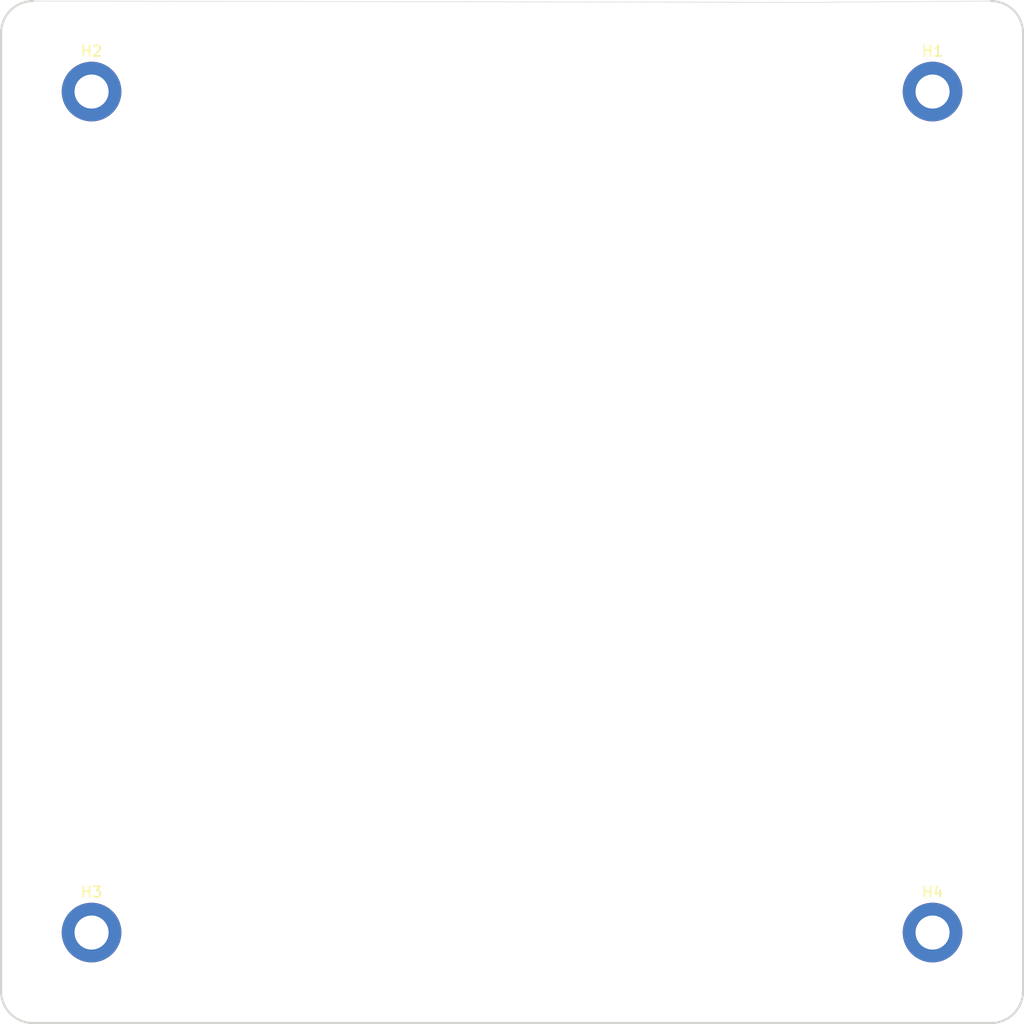
<source format=kicad_pcb>
(kicad_pcb (version 20240108) (generator "pcbnew") (generator_version "8.0")
  (layers (0 "F.Cu" signal) (31 "B.Cu" signal) (34 "B.Paste" user) (35 "F.Paste" user) (36 "B.SilkS" user "B.Silkscreen") (37 "F.SilkS" user "F.Silkscreen") (38 "B.Mask" user) (39 "F.Mask" user) (44 "Edge.Cuts" user))
  (net 0 "")
  (footprint "MountingHole:MountingHole_3.2mm_M3_DIN965_Pad" (layer "F.Cu") (at 111.87868 56.37868)
    (property "Reference" "H2" (at 0 -3.8 0) (layer "F.SilkS"))
    (property "Value" "MountingHole_Pad")
    (pad "1" thru_hole circle (at 0 0) (size 5.6 5.6) (drill 3.2) (layers "*.Cu" "*.Mask"))
  )
  (footprint "MountingHole:MountingHole_3.2mm_M3_DIN965_Pad" (layer "F.Cu") (at 190.87868 135.37868)
    (property "Reference" "H4" (at 0 -3.8 0) (layer "F.SilkS"))
    (property "Value" "MountingHole_Pad")
    (pad "1" thru_hole circle (at 0 0) (size 5.6 5.6) (drill 3.2) (layers "*.Cu" "*.Mask"))
  )
  (footprint "MountingHole:MountingHole_3.2mm_M3_DIN965_Pad" (layer "F.Cu") (at 111.87868 135.37868)
    (property "Reference" "H3" (at 0 -3.8 0) (layer "F.SilkS"))
    (property "Value" "MountingHole_Pad")
    (pad "1" thru_hole circle (at 0 0) (size 5.6 5.6) (drill 3.2) (layers "*.Cu" "*.Mask"))
  )
  (footprint "MountingHole:MountingHole_3.2mm_M3_DIN965_Pad" (layer "F.Cu") (at 190.87868 56.37868)
    (property "Reference" "H1" (at 0 -3.8 0) (layer "F.SilkS"))
    (property "Value" "MountingHole_Pad")
    (pad "1" thru_hole circle (at 0 0) (size 5.6 5.6) (drill 3.2) (layers "*.Cu" "*.Mask"))
  )
  (gr_arc (start 106.37868 143.87868) (mid 104.257374 142.999986) (end 103.37868 140.87868) (stroke (width 0.2)) (layer "Edge.Cuts"))
  (gr_line (start 196.37868 143.87868) (end 106.37868 143.87868) (stroke (width 0.2)) (layer "Edge.Cuts"))
  (gr_line (start 103.37868 140.87868) (end 103.37868 50.87868) (stroke (width 0.2)) (layer "Edge.Cuts"))
  (gr_line (start 199.37868 50.87868) (end 199.37868 140.87868) (stroke (width 0.2)) (layer "Edge.Cuts"))
  (gr_line (start 196.37868 47.87868) (end 179 48) (stroke (width 0.05)) (layer "Edge.Cuts"))
  (gr_arc (start 199.37868 140.87868) (mid 198.500006 143.000006) (end 196.37868 143.87868) (stroke (width 0.2)) (layer "Edge.Cuts"))
  (gr_arc (start 196.37868 47.87868) (mid 198.500014 48.757346) (end 199.37868 50.87868) (stroke (width 0.2)) (layer "Edge.Cuts"))
  (gr_arc (start 103.37868 50.87868) (mid 104.257366 48.757366) (end 106.37868 47.87868) (stroke (width 0.2)) (layer "Edge.Cuts"))
  (gr_line (start 179 48) (end 106.37868 47.87868) (stroke (width 0.05)) (layer "Edge.Cuts"))
)
</source>
